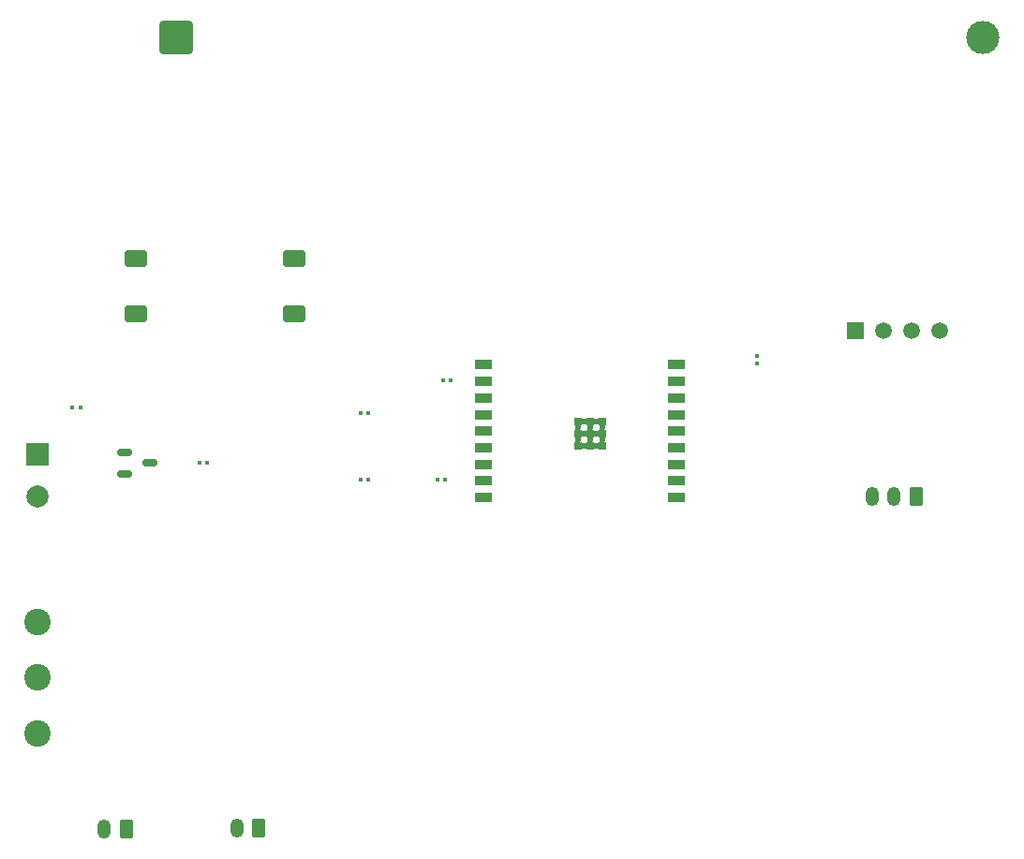
<source format=gbr>
%TF.GenerationSoftware,KiCad,Pcbnew,9.0.4*%
%TF.CreationDate,2025-10-18T23:37:39+08:00*%
%TF.ProjectId,schematics,73636865-6d61-4746-9963-732e6b696361,pre-release*%
%TF.SameCoordinates,Original*%
%TF.FileFunction,Paste,Top*%
%TF.FilePolarity,Positive*%
%FSLAX46Y46*%
G04 Gerber Fmt 4.6, Leading zero omitted, Abs format (unit mm)*
G04 Created by KiCad (PCBNEW 9.0.4) date 2025-10-18 23:37:39*
%MOMM*%
%LPD*%
G01*
G04 APERTURE LIST*
G04 Aperture macros list*
%AMRoundRect*
0 Rectangle with rounded corners*
0 $1 Rounding radius*
0 $2 $3 $4 $5 $6 $7 $8 $9 X,Y pos of 4 corners*
0 Add a 4 corners polygon primitive as box body*
4,1,4,$2,$3,$4,$5,$6,$7,$8,$9,$2,$3,0*
0 Add four circle primitives for the rounded corners*
1,1,$1+$1,$2,$3*
1,1,$1+$1,$4,$5*
1,1,$1+$1,$6,$7*
1,1,$1+$1,$8,$9*
0 Add four rect primitives between the rounded corners*
20,1,$1+$1,$2,$3,$4,$5,0*
20,1,$1+$1,$4,$5,$6,$7,0*
20,1,$1+$1,$6,$7,$8,$9,0*
20,1,$1+$1,$8,$9,$2,$3,0*%
G04 Aperture macros list end*
%ADD10RoundRect,0.079500X0.100500X-0.079500X0.100500X0.079500X-0.100500X0.079500X-0.100500X-0.079500X0*%
%ADD11RoundRect,0.079500X-0.079500X-0.100500X0.079500X-0.100500X0.079500X0.100500X-0.079500X0.100500X0*%
%ADD12RoundRect,0.250000X-0.750000X-0.500000X0.750000X-0.500000X0.750000X0.500000X-0.750000X0.500000X0*%
%ADD13RoundRect,0.150000X-0.512500X-0.150000X0.512500X-0.150000X0.512500X0.150000X-0.512500X0.150000X0*%
%ADD14R,0.700000X0.700000*%
%ADD15R,1.500000X0.900000*%
%TA.AperFunction,ComponentPad*%
%ADD16R,1.500000X1.500000*%
%TD*%
%TA.AperFunction,ComponentPad*%
%ADD17C,1.500000*%
%TD*%
%TA.AperFunction,ComponentPad*%
%ADD18O,1.200000X1.750000*%
%TD*%
%TA.AperFunction,ComponentPad*%
%ADD19RoundRect,0.250000X0.350000X0.625000X-0.350000X0.625000X-0.350000X-0.625000X0.350000X-0.625000X0*%
%TD*%
%TA.AperFunction,HeatsinkPad*%
%ADD20C,0.600000*%
%TD*%
%TA.AperFunction,ComponentPad*%
%ADD21C,2.400000*%
%TD*%
%TA.AperFunction,ComponentPad*%
%ADD22R,2.000000X2.000000*%
%TD*%
%TA.AperFunction,ComponentPad*%
%ADD23C,2.000000*%
%TD*%
%TA.AperFunction,ComponentPad*%
%ADD24RoundRect,0.249999X-1.250001X-1.250001X1.250001X-1.250001X1.250001X1.250001X-1.250001X1.250001X0*%
%TD*%
%TA.AperFunction,ComponentPad*%
%ADD25C,3.000000*%
%TD*%
G04 APERTURE END LIST*
D10*
%TO.C,REF\u002A\u002A*%
X147000000Y-77310000D03*
X147000000Y-78000000D03*
%TD*%
D11*
%TO.C,REF\u002A\u002A*%
X118655000Y-79500000D03*
X119345000Y-79500000D03*
%TD*%
%TO.C,REF\u002A\u002A*%
X111155000Y-82500000D03*
X111845000Y-82500000D03*
%TD*%
D12*
%TO.C,REF\u002A\u002A*%
X90850000Y-68500000D03*
X105150000Y-68500000D03*
X90850000Y-73500000D03*
X105150000Y-73500000D03*
%TD*%
D11*
%TO.C,REF\u002A\u002A*%
X96655000Y-87000000D03*
X97345000Y-87000000D03*
%TD*%
D13*
%TO.C,REF\u002A\u002A*%
X89862500Y-86050000D03*
X89862500Y-87950000D03*
X92137500Y-87000000D03*
%TD*%
D11*
%TO.C,REF\u002A\u002A*%
X85155000Y-82000000D03*
X85845000Y-82000000D03*
%TD*%
%TO.C,REF\u002A\u002A*%
X118155000Y-88500000D03*
X118845000Y-88500000D03*
%TD*%
%TO.C,REF\u002A\u002A*%
X111155000Y-88500000D03*
X111845000Y-88500000D03*
%TD*%
D14*
%TO.C,REF\u002A\u002A*%
X130860000Y-83200000D03*
X130860000Y-84300000D03*
X130860000Y-85400000D03*
X131960000Y-83200000D03*
X131960000Y-84300000D03*
X131960000Y-85400000D03*
X133060000Y-83200000D03*
X133060000Y-84300000D03*
X133060000Y-85400000D03*
D15*
X122250000Y-78100000D03*
X122250000Y-79600000D03*
X122250000Y-81100000D03*
X122250000Y-82600000D03*
X122250000Y-84100000D03*
X122250000Y-85600000D03*
X122250000Y-87100000D03*
X122250000Y-88600000D03*
X122250000Y-90100000D03*
X139750000Y-90100000D03*
X139750000Y-88600000D03*
X139750000Y-87100000D03*
X139750000Y-85600000D03*
X139750000Y-84100000D03*
X139750000Y-82600000D03*
X139750000Y-81100000D03*
X139750000Y-79600000D03*
X139750000Y-78100000D03*
%TD*%
D16*
%TO.P,REF\u002A\u002A,1*%
%TO.N,N/C*%
X155880000Y-75000000D03*
D17*
%TO.P,REF\u002A\u002A,2*%
X158420000Y-75000000D03*
%TO.P,REF\u002A\u002A,3*%
X160960000Y-75000000D03*
%TO.P,REF\u002A\u002A,4*%
X163500000Y-75000000D03*
%TD*%
D18*
%TO.P,REF\u002A\u002A,3*%
%TO.N,N/C*%
X157380000Y-90000000D03*
%TO.P,REF\u002A\u002A,2*%
X159380000Y-90000000D03*
D19*
%TO.P,REF\u002A\u002A,1*%
X161380000Y-90000000D03*
%TD*%
D18*
%TO.P,REF\u002A\u002A,2*%
%TO.N,N/C*%
X88000000Y-120050000D03*
D19*
%TO.P,REF\u002A\u002A,1*%
X90000000Y-120050000D03*
%TD*%
D18*
%TO.P,REF\u002A\u002A,2*%
%TO.N,N/C*%
X100000000Y-120000000D03*
D19*
%TO.P,REF\u002A\u002A,1*%
X102000000Y-120000000D03*
%TD*%
D20*
%TO.P,REF\u002A\u002A,19*%
%TO.N,N/C*%
X130860000Y-83750000D03*
X130860000Y-84850000D03*
X131410000Y-83200000D03*
X131410000Y-84300000D03*
X131410000Y-85400000D03*
X131960000Y-83750000D03*
X131960000Y-84850000D03*
X132510000Y-83200000D03*
X132510000Y-84300000D03*
X132510000Y-85400000D03*
X133060000Y-83750000D03*
X133060000Y-84850000D03*
%TD*%
D21*
%TO.P,REF\u002A\u002A,11*%
%TO.N,N/C*%
X82000000Y-106380000D03*
%TO.P,REF\u002A\u002A,12*%
X82000000Y-101340000D03*
%TO.P,REF\u002A\u002A,14*%
X82000000Y-111420000D03*
D22*
%TO.P,REF\u002A\u002A,A1*%
X82000000Y-86220000D03*
D23*
%TO.P,REF\u002A\u002A,A2*%
X82000000Y-90000000D03*
%TD*%
D24*
%TO.P,REF\u002A\u002A,1*%
%TO.N,N/C*%
X94550000Y-48500000D03*
D25*
%TO.P,REF\u002A\u002A,2*%
X167450000Y-48500000D03*
%TD*%
M02*

</source>
